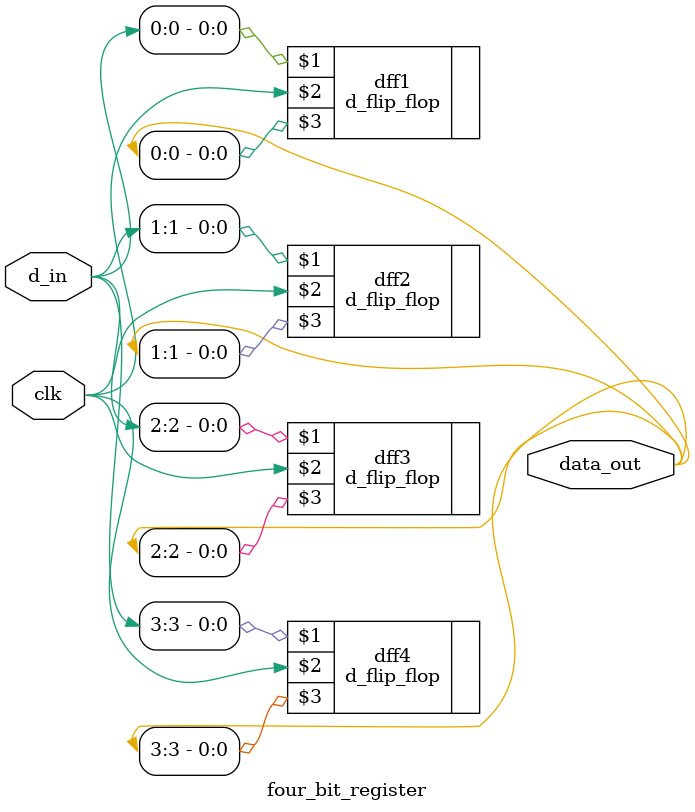
<source format=v>
`timescale 1ns / 1ps
module four_bit_register(clk,d_in,data_out);
    input clk;
    input [3:0]d_in;
    output [3:0]data_out;
    d_flip_flop dff1(d_in[0],clk,data_out[0]);
    d_flip_flop dff2(d_in[1],clk,data_out[1]);
    d_flip_flop dff3(d_in[2],clk,data_out[2]);
    d_flip_flop dff4(d_in[3],clk,data_out[3]);
endmodule

</source>
